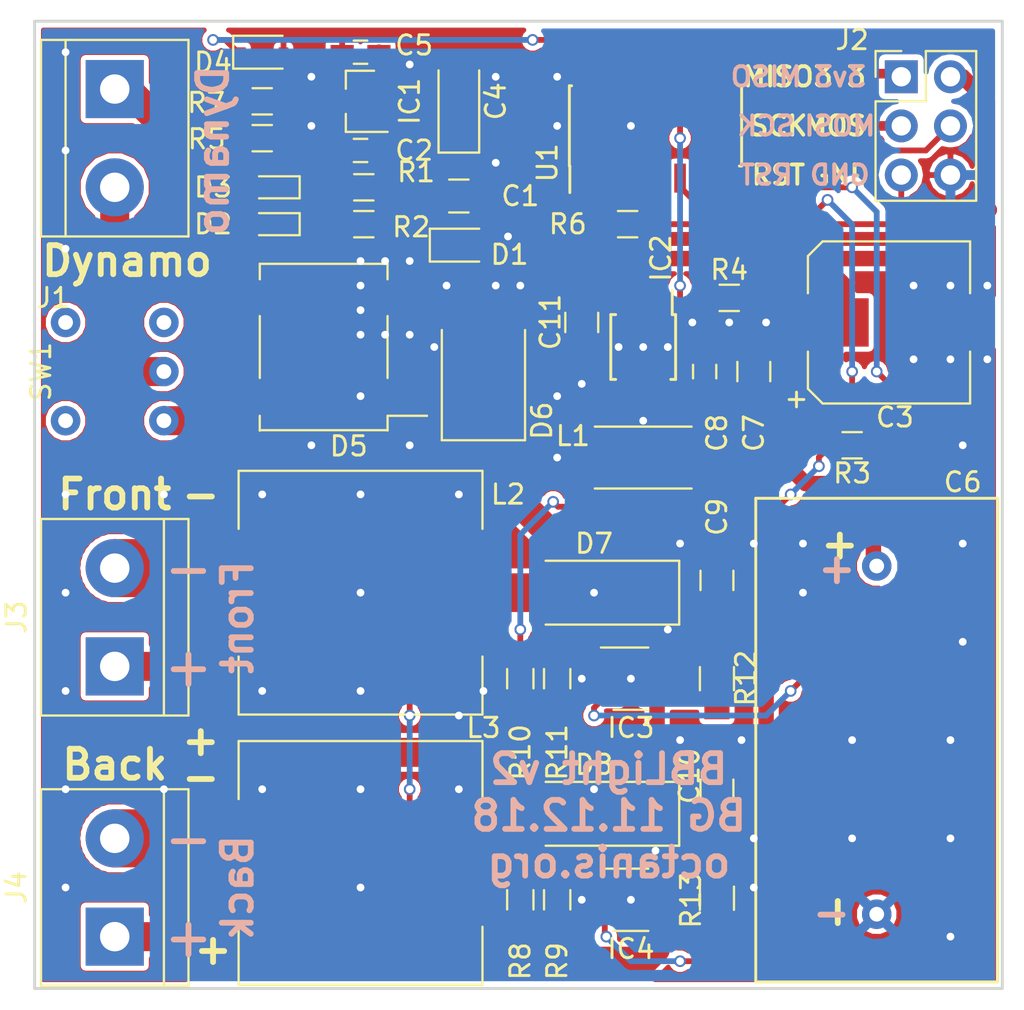
<source format=kicad_pcb>
(kicad_pcb (version 20171130) (host pcbnew "(5.0.0)")
  (layers (0 F.Cu signal) (31 B.Cu signal) (34 B.Paste user) (35 F.Paste user) (36 B.SilkS user) (37 F.SilkS user) (38 B.Mask user) (39 F.Mask user) (44 Edge.Cuts user))
  (net 0 "")
  (net 1 GND)
  (net 2 "Net-(IC3-Pad3)")
  (net 3 "Net-(IC3-Pad4)")
  (net 4 "Net-(IC4-Pad3)")
  (net 5 "Net-(IC4-Pad4)")
  (net 6 "Net-(J3-Pad2)")
  (net 7 "Net-(C10-Pad1)")
  (net 8 "Net-(C1-Pad1)")
  (net 9 "Net-(C3-Pad1)")
  (net 10 "Net-(D2-Pad1)")
  (net 11 "Net-(IC2-Pad1)")
  (net 12 "Net-(IC2-Pad5)")
  (net 13 "Net-(J4-Pad2)")
  (net 14 "Net-(J2-Pad5)")
  (net 15 "Net-(J2-Pad3)")
  (net 16 "Net-(C6-Pad1)")
  (net 17 "Net-(D2-Pad2)")
  (net 18 "Net-(D3-Pad1)")
  (net 19 "Net-(D4-Pad1)")
  (net 20 "Net-(D7-Pad2)")
  (net 21 "Net-(D8-Pad2)")
  (net 22 "Net-(J2-Pad4)")
  (net 23 "Net-(J2-Pad1)")
  (net 24 "Net-(J1-Pad2)")
  (net 25 "Net-(D5-Pad3)")
  (module Inductors_SMD:L_12x12mm_h8mm (layer F.Cu) (at 116.84 143.51)
    (fp_text reference L3 (at 6.35 -6.985) (layer F.SilkS))
    (fp_text value 100uH)
    (pad 2 smd rect (at 4.95 0) (size 2.9 5.4) (layers F.Cu F.Paste F.Mask) (net 21 "Net-(D8-Pad2)"))
    (pad 1 smd rect (at -4.95 0) (size 2.9 5.4) (layers F.Cu F.Paste F.Mask) (net 13 "Net-(J4-Pad2)"))
  )
  (module Connectors_Terminal_Blocks:TerminalBlock_bornier-2_P5.08mm (layer F.Cu) (at 104.14 133.35 90)
    (fp_text reference J3 (at 2.54 -5.08 90) (layer F.SilkS))
    (fp_text value Screw_Terminal_1x02)
    (pad 1 thru_hole rect (at 0 0 90) (size 3 3) (drill 1.52) (layers *.Cu *.Mask) (net 3 "Net-(IC3-Pad4)"))
    (pad 2 thru_hole circle (at 5.08 0 90) (size 3 3) (drill 1.52) (layers *.Cu *.Mask) (net 6 "Net-(J3-Pad2)"))
  )
  (module TO_SOT_Packages_SMD:SOT-23-5_HandSoldering (layer F.Cu) (at 130.81 133.985)
    (fp_text reference IC3 (at 0 2.54) (layer F.SilkS))
    (fp_text value AL8860WT)
    (pad 1 smd rect (at -1.35 -0.95) (size 1.56 0.65) (layers F.Cu F.Paste F.Mask) (net 20 "Net-(D7-Pad2)"))
    (pad 2 smd rect (at -1.35 0) (size 1.56 0.65) (layers F.Cu F.Paste F.Mask) (net 1 GND))
    (pad 3 smd rect (at -1.35 0.95) (size 1.56 0.65) (layers F.Cu F.Paste F.Mask) (net 2 "Net-(IC3-Pad3)"))
    (pad 4 smd rect (at 1.35 0.95) (size 1.56 0.65) (layers F.Cu F.Paste F.Mask) (net 3 "Net-(IC3-Pad4)"))
    (pad 5 smd rect (at 1.35 -0.95) (size 1.56 0.65) (layers F.Cu F.Paste F.Mask) (net 7 "Net-(C10-Pad1)"))
  )
  (module TO_SOT_Packages_SMD:SOT-23-5_HandSoldering (layer F.Cu) (at 130.81 145.415)
    (fp_text reference IC4 (at 0 2.54) (layer F.SilkS))
    (fp_text value AL8860WT)
    (pad 1 smd rect (at -1.35 -0.95) (size 1.56 0.65) (layers F.Cu F.Paste F.Mask) (net 21 "Net-(D8-Pad2)"))
    (pad 2 smd rect (at -1.35 0) (size 1.56 0.65) (layers F.Cu F.Paste F.Mask) (net 1 GND))
    (pad 3 smd rect (at -1.35 0.95) (size 1.56 0.65) (layers F.Cu F.Paste F.Mask) (net 4 "Net-(IC4-Pad3)"))
    (pad 4 smd rect (at 1.35 0.95) (size 1.56 0.65) (layers F.Cu F.Paste F.Mask) (net 5 "Net-(IC4-Pad4)"))
    (pad 5 smd rect (at 1.35 -0.95) (size 1.56 0.65) (layers F.Cu F.Paste F.Mask) (net 7 "Net-(C10-Pad1)"))
  )
  (module Connectors_Terminal_Blocks:TerminalBlock_bornier-2_P5.08mm (layer F.Cu) (at 104.14 103.505 270)
    (fp_text reference J1 (at 10.795 3.175) (layer F.SilkS))
    (fp_text value Screw_Terminal_1x02)
    (pad 1 thru_hole rect (at 0 0 270) (size 3 3) (drill 1.52) (layers *.Cu *.Mask) (net 25 "Net-(D5-Pad3)"))
    (pad 2 thru_hole circle (at 5.08 0 270) (size 3 3) (drill 1.52) (layers *.Cu *.Mask) (net 24 "Net-(J1-Pad2)"))
  )
  (module Inductors_SMD:L_12x12mm_h8mm (layer F.Cu) (at 116.84 129.54)
    (fp_text reference L2 (at 7.62 -5.08) (layer F.SilkS))
    (fp_text value 100uH)
    (pad 1 smd rect (at -4.95 0) (size 2.9 5.4) (layers F.Cu F.Paste F.Mask) (net 6 "Net-(J3-Pad2)"))
    (pad 2 smd rect (at 4.95 0) (size 2.9 5.4) (layers F.Cu F.Paste F.Mask) (net 20 "Net-(D7-Pad2)"))
  )
  (module Resistors_SMD:R_0603_HandSoldering (layer F.Cu) (at 142.24 121.92 180)
    (fp_text reference R3 (at 0 -1.45 180) (layer F.SilkS))
    (fp_text value 33)
    (pad 1 smd rect (at -1.1 0 180) (size 1.2 0.9) (layers F.Cu F.Paste F.Mask) (net 16 "Net-(C6-Pad1)"))
    (pad 2 smd rect (at 1.1 0 180) (size 1.2 0.9) (layers F.Cu F.Paste F.Mask) (net 9 "Net-(C3-Pad1)"))
  )
  (module Resistors_SMD:R_0603_HandSoldering (layer F.Cu) (at 135.89 114.3)
    (fp_text reference R4 (at 0 -1.45) (layer F.SilkS))
    (fp_text value 10k)
    (pad 1 smd rect (at -1.1 0) (size 1.2 0.9) (layers F.Cu F.Paste F.Mask) (net 11 "Net-(IC2-Pad1)"))
    (pad 2 smd rect (at 1.1 0) (size 1.2 0.9) (layers F.Cu F.Paste F.Mask) (net 16 "Net-(C6-Pad1)"))
  )
  (module Resistors_SMD:R_0603_HandSoldering (layer F.Cu) (at 111.76 106.045 180)
    (fp_text reference R5 (at 2.8702 -0.0508 180) (layer F.SilkS))
    (fp_text value 2k2)
    (pad 1 smd rect (at -1.1 0 180) (size 1.2 0.9) (layers F.Cu F.Paste F.Mask) (net 18 "Net-(D3-Pad1)"))
    (pad 2 smd rect (at 1.1 0 180) (size 1.2 0.9) (layers F.Cu F.Paste F.Mask) (net 19 "Net-(D4-Pad1)"))
  )
  (module Resistors_SMD:R_0603_HandSoldering (layer F.Cu) (at 130.64 110.49)
    (fp_text reference R6 (at -3.091 0) (layer F.SilkS))
    (fp_text value 10k)
    (pad 1 smd rect (at -1.1 0) (size 1.2 0.9) (layers F.Cu F.Paste F.Mask) (net 9 "Net-(C3-Pad1)"))
    (pad 2 smd rect (at 1.1 0) (size 1.2 0.9) (layers F.Cu F.Paste F.Mask) (net 14 "Net-(J2-Pad5)"))
  )
  (module Resistors_SMD:R_0603_HandSoldering (layer F.Cu) (at 111.76 104.14)
    (fp_text reference R7 (at -2.8956 0.0762) (layer F.SilkS))
    (fp_text value 1k)
    (pad 1 smd rect (at -1.1 0) (size 1.2 0.9) (layers F.Cu F.Paste F.Mask) (net 19 "Net-(D4-Pad1)"))
    (pad 2 smd rect (at 1.1 0) (size 1.2 0.9) (layers F.Cu F.Paste F.Mask) (net 1 GND))
  )
  (module Housings_SOIC:SOIC-14_3.9x8.7mm_Pitch1.27mm (layer F.Cu) (at 132.08 105.41 90)
    (fp_text reference U1 (at -1.905 -5.588 90) (layer F.SilkS))
    (fp_text value ATTINY24A-SSU)
    (pad 1 smd rect (at -2.7 -3.81 90) (size 1.5 0.6) (layers F.Cu F.Paste F.Mask) (net 9 "Net-(C3-Pad1)"))
    (pad 2 smd rect (at -2.7 -2.54 90) (size 1.5 0.6) (layers F.Cu F.Paste F.Mask))
    (pad 3 smd rect (at -2.7 -1.27 90) (size 1.5 0.6) (layers F.Cu F.Paste F.Mask))
    (pad 4 smd rect (at -2.7 0 90) (size 1.5 0.6) (layers F.Cu F.Paste F.Mask) (net 14 "Net-(J2-Pad5)"))
    (pad 5 smd rect (at -2.7 1.27 90) (size 1.5 0.6) (layers F.Cu F.Paste F.Mask) (net 2 "Net-(IC3-Pad3)"))
    (pad 6 smd rect (at -2.7 2.54 90) (size 1.5 0.6) (layers F.Cu F.Paste F.Mask) (net 4 "Net-(IC4-Pad3)"))
    (pad 7 smd rect (at -2.7 3.81 90) (size 1.5 0.6) (layers F.Cu F.Paste F.Mask) (net 22 "Net-(J2-Pad4)"))
    (pad 8 smd rect (at 2.7 3.81 90) (size 1.5 0.6) (layers F.Cu F.Paste F.Mask) (net 23 "Net-(J2-Pad1)"))
    (pad 9 smd rect (at 2.7 2.54 90) (size 1.5 0.6) (layers F.Cu F.Paste F.Mask) (net 15 "Net-(J2-Pad3)"))
    (pad 10 smd rect (at 2.7 1.27 90) (size 1.5 0.6) (layers F.Cu F.Paste F.Mask) (net 11 "Net-(IC2-Pad1)"))
    (pad 11 smd rect (at 2.7 0 90) (size 1.5 0.6) (layers F.Cu F.Paste F.Mask) (net 19 "Net-(D4-Pad1)"))
    (pad 12 smd rect (at 2.7 -1.27 90) (size 1.5 0.6) (layers F.Cu F.Paste F.Mask))
    (pad 13 smd rect (at 2.7 -2.54 90) (size 1.5 0.6) (layers F.Cu F.Paste F.Mask))
    (pad 14 smd rect (at 2.7 -3.81 90) (size 1.5 0.6) (layers F.Cu F.Paste F.Mask) (net 1 GND))
  )
  (module Capacitors_SMD:C_0805_HandSoldering (layer F.Cu) (at 128.27 115.57 270)
    (fp_text reference C11 (at -0.022263 1.623631 270) (layer F.SilkS))
    (fp_text value 4u7)
    (pad 2 smd rect (at 1.25 0 270) (size 1.5 1.25) (layers F.Cu F.Paste F.Mask) (net 1 GND))
    (pad 1 smd rect (at -1.25 0 270) (size 1.5 1.25) (layers F.Cu F.Paste F.Mask) (net 7 "Net-(C10-Pad1)"))
  )
  (module Resistors_SMD:R_0603_HandSoldering (layer F.Cu) (at 125.095 145.415 270)
    (fp_text reference R8 (at 3.175 0 270) (layer F.SilkS))
    (fp_text value 1k)
    (pad 2 smd rect (at 1.1 0 270) (size 1.2 0.9) (layers F.Cu F.Paste F.Mask) (net 4 "Net-(IC4-Pad3)"))
    (pad 1 smd rect (at -1.1 0 270) (size 1.2 0.9) (layers F.Cu F.Paste F.Mask) (net 9 "Net-(C3-Pad1)"))
  )
  (module Capacitors_SMD:C_0805_HandSoldering (layer F.Cu) (at 121.92 109.034193)
    (fp_text reference C1 (at 3.175 0) (layer F.SilkS))
    (fp_text value 4u7)
    (pad 2 smd rect (at 1.25 0) (size 1.5 1.25) (layers F.Cu F.Paste F.Mask) (net 1 GND))
    (pad 1 smd rect (at -1.25 0) (size 1.5 1.25) (layers F.Cu F.Paste F.Mask) (net 8 "Net-(C1-Pad1)"))
  )
  (module Capacitors_SMD:C_0603_HandSoldering (layer F.Cu) (at 116.84 106.68 180)
    (fp_text reference C2 (at -2.7686 0 180) (layer F.SilkS))
    (fp_text value 100n)
    (pad 2 smd rect (at 0.95 0 180) (size 1.2 0.75) (layers F.Cu F.Paste F.Mask) (net 1 GND))
    (pad 1 smd rect (at -0.95 0 180) (size 1.2 0.75) (layers F.Cu F.Paste F.Mask) (net 8 "Net-(C1-Pad1)"))
  )
  (module Capacitors_SMD:C_0603_HandSoldering (layer F.Cu) (at 134.62 118.11 90)
    (fp_text reference C8 (at -3.175 0.635 90) (layer F.SilkS))
    (fp_text value 100n)
    (pad 1 smd rect (at -0.95 0 90) (size 1.2 0.75) (layers F.Cu F.Paste F.Mask) (net 16 "Net-(C6-Pad1)"))
    (pad 2 smd rect (at 0.95 0 90) (size 1.2 0.75) (layers F.Cu F.Paste F.Mask) (net 1 GND))
  )
  (module Capacitors_SMD:C_0805_HandSoldering (layer F.Cu) (at 135.255 128.905 90)
    (fp_text reference C9 (at 3.282 0 90) (layer F.SilkS))
    (fp_text value 4u7)
    (pad 2 smd rect (at 1.25 0 90) (size 1.5 1.25) (layers F.Cu F.Paste F.Mask) (net 1 GND))
    (pad 1 smd rect (at -1.25 0 90) (size 1.5 1.25) (layers F.Cu F.Paste F.Mask) (net 7 "Net-(C10-Pad1)"))
  )
  (module Capacitors_SMD:C_0805_HandSoldering (layer F.Cu) (at 135.255 139.7 90)
    (fp_text reference C10 (at 0.6858 -1.4224 90) (layer F.SilkS))
    (fp_text value 4u7)
    (pad 1 smd rect (at -1.25 0 90) (size 1.5 1.25) (layers F.Cu F.Paste F.Mask) (net 7 "Net-(C10-Pad1)"))
    (pad 2 smd rect (at 1.25 0 90) (size 1.5 1.25) (layers F.Cu F.Paste F.Mask) (net 1 GND))
  )
  (module Housings_SSOP:MSOP-8_3x3mm_Pitch0.65mm (layer F.Cu) (at 131.445 116.84 270)
    (fp_text reference IC2 (at -4.594263 -0.916369 270) (layer F.SilkS))
    (fp_text value MCP1642B)
    (pad 1 smd rect (at -2.2 -0.975 270) (size 1.45 0.45) (layers F.Cu F.Paste F.Mask) (net 11 "Net-(IC2-Pad1)"))
    (pad 2 smd rect (at -2.2 -0.325 270) (size 1.45 0.45) (layers F.Cu F.Paste F.Mask))
    (pad 3 smd rect (at -2.2 0.325 270) (size 1.45 0.45) (layers F.Cu F.Paste F.Mask))
    (pad 4 smd rect (at -2.2 0.975 270) (size 1.45 0.45) (layers F.Cu F.Paste F.Mask) (net 7 "Net-(C10-Pad1)"))
    (pad 5 smd rect (at 2.2 0.975 270) (size 1.45 0.45) (layers F.Cu F.Paste F.Mask) (net 12 "Net-(IC2-Pad5)"))
    (pad 6 smd rect (at 2.2 0.325 270) (size 1.45 0.45) (layers F.Cu F.Paste F.Mask) (net 1 GND))
    (pad 7 smd rect (at 2.2 -0.325 270) (size 1.45 0.45) (layers F.Cu F.Paste F.Mask) (net 1 GND))
    (pad 8 smd rect (at 2.2 -0.975 270) (size 1.45 0.45) (layers F.Cu F.Paste F.Mask) (net 16 "Net-(C6-Pad1)"))
  )
  (module Connectors_Terminal_Blocks:TerminalBlock_bornier-2_P5.08mm (layer F.Cu) (at 104.14 147.32 90)
    (fp_text reference J4 (at 2.54 -5.08 90) (layer F.SilkS))
    (fp_text value Screw_Terminal_1x02)
    (pad 2 thru_hole circle (at 5.08 0 90) (size 3 3) (drill 1.52) (layers *.Cu *.Mask) (net 13 "Net-(J4-Pad2)"))
    (pad 1 thru_hole rect (at 0 0 90) (size 3 3) (drill 1.52) (layers *.Cu *.Mask) (net 5 "Net-(IC4-Pad4)"))
  )
  (module Inductors_SMD:L_Taiyo-Yuden_NR-30xx_HandSoldering (layer F.Cu) (at 131.445 122.555 180)
    (fp_text reference L1 (at 3.6322 1.1176 180) (layer F.SilkS))
    (fp_text value 744025004)
    (pad 2 smd rect (at 1.6 0 180) (size 1.8 2.9) (layers F.Cu F.Paste F.Mask) (net 12 "Net-(IC2-Pad5)"))
    (pad 1 smd rect (at -1.6 0 180) (size 1.8 2.9) (layers F.Cu F.Paste F.Mask) (net 16 "Net-(C6-Pad1)"))
  )
  (module Resistors_SMD:R_0603_HandSoldering (layer F.Cu) (at 117.01 108.585)
    (fp_text reference R1 (at 2.7002 -0.7874) (layer F.SilkS))
    (fp_text value 33)
    (pad 1 smd rect (at -1.1 0) (size 1.2 0.9) (layers F.Cu F.Paste F.Mask) (net 10 "Net-(D2-Pad1)"))
    (pad 2 smd rect (at 1.1 0) (size 1.2 0.9) (layers F.Cu F.Paste F.Mask) (net 8 "Net-(C1-Pad1)"))
  )
  (module Resistors_SMD:R_0603_HandSoldering (layer F.Cu) (at 117.01 110.49)
    (fp_text reference R2 (at 2.4462 0.1524) (layer F.SilkS))
    (fp_text value 33)
    (pad 2 smd rect (at 1.1 0) (size 1.2 0.9) (layers F.Cu F.Paste F.Mask) (net 8 "Net-(C1-Pad1)"))
    (pad 1 smd rect (at -1.1 0) (size 1.2 0.9) (layers F.Cu F.Paste F.Mask) (net 10 "Net-(D2-Pad1)"))
  )
  (module Resistors_SMD:R_0603_HandSoldering (layer F.Cu) (at 127 145.415 90)
    (fp_text reference R9 (at -3.175 0 90) (layer F.SilkS))
    (fp_text value 1k)
    (pad 2 smd rect (at 1.1 0 90) (size 1.2 0.9) (layers F.Cu F.Paste F.Mask) (net 1 GND))
    (pad 1 smd rect (at -1.1 0 90) (size 1.2 0.9) (layers F.Cu F.Paste F.Mask) (net 4 "Net-(IC4-Pad3)"))
  )
  (module Resistors_SMD:R_0603_HandSoldering (layer F.Cu) (at 125.095 133.985 270)
    (fp_text reference R10 (at 3.81 0 270) (layer F.SilkS))
    (fp_text value 1k)
    (pad 1 smd rect (at -1.1 0 270) (size 1.2 0.9) (layers F.Cu F.Paste F.Mask) (net 9 "Net-(C3-Pad1)"))
    (pad 2 smd rect (at 1.1 0 270) (size 1.2 0.9) (layers F.Cu F.Paste F.Mask) (net 2 "Net-(IC3-Pad3)"))
  )
  (module Resistors_SMD:R_0603_HandSoldering (layer F.Cu) (at 127 133.985 90)
    (fp_text reference R11 (at -3.81 0 90) (layer F.SilkS))
    (fp_text value 1k)
    (pad 2 smd rect (at 1.1 0 90) (size 1.2 0.9) (layers F.Cu F.Paste F.Mask) (net 1 GND))
    (pad 1 smd rect (at -1.1 0 90) (size 1.2 0.9) (layers F.Cu F.Paste F.Mask) (net 2 "Net-(IC3-Pad3)"))
  )
  (module TO_SOT_Packages_SMD:SOT-23 (layer F.Cu) (at 116.84 104.14 180)
    (fp_text reference IC1 (at -2.54 0 270) (layer F.SilkS))
    (fp_text value RT9058)
    (pad 3 smd rect (at 1 0 180) (size 0.9 0.8) (layers F.Cu F.Paste F.Mask) (net 1 GND))
    (pad 2 smd rect (at -1 0.95 180) (size 0.9 0.8) (layers F.Cu F.Paste F.Mask) (net 9 "Net-(C3-Pad1)"))
    (pad 1 smd rect (at -1 -0.95 180) (size 0.9 0.8) (layers F.Cu F.Paste F.Mask) (net 8 "Net-(C1-Pad1)"))
  )
  (module Diodes_SMD:D_0603 (layer F.Cu) (at 112.395 110.49 180)
    (fp_text reference D2 (at 3.175 0 180) (layer F.SilkS))
    (fp_text value TS4148)
    (pad 1 smd rect (at -0.85 0 180) (size 0.6 0.8) (layers F.Cu F.Paste F.Mask) (net 10 "Net-(D2-Pad1)"))
    (pad 2 smd rect (at 0.85 0 180) (size 0.6 0.8) (layers F.Cu F.Paste F.Mask) (net 17 "Net-(D2-Pad2)"))
  )
  (module Capacitors_SMD:CP_Elec_8x10.5 (layer F.Cu) (at 144.145 115.57)
    (fp_text reference C3 (at 0.3048 4.9022) (layer F.SilkS))
    (fp_text value EEE-HA1A471UP)
    (fp_text user + (at -4.78 3.91) (layer F.SilkS))
    (pad 2 smd rect (at 3.05 0 180) (size 4 2.5) (layers F.Cu F.Paste F.Mask) (net 1 GND))
    (pad 1 smd rect (at -3.05 0 180) (size 4 2.5) (layers F.Cu F.Paste F.Mask) (net 9 "Net-(C3-Pad1)"))
  )
  (module Capacitors_Tantalum_SMD:CP_Tantalum_Case-A_EIA-3216-18_Reflow (layer F.Cu) (at 121.92 104.14 90)
    (fp_text reference C4 (at 0 1.905 90) (layer F.SilkS))
    (fp_text value 478-9009-1-ND)
    (pad 2 smd rect (at 1.375 0 90) (size 1.95 1.5) (layers F.Cu F.Paste F.Mask) (net 1 GND))
    (pad 1 smd rect (at -1.375 0 90) (size 1.95 1.5) (layers F.Cu F.Paste F.Mask) (net 9 "Net-(C3-Pad1)"))
  )
  (module Capacitors_SMD:C_0603_HandSoldering (layer F.Cu) (at 116.84 101.6 180)
    (fp_text reference C5 (at -2.7686 0.3556 180) (layer F.SilkS))
    (fp_text value 100n)
    (pad 2 smd rect (at 0.95 0 180) (size 1.2 0.75) (layers F.Cu F.Paste F.Mask) (net 1 GND))
    (pad 1 smd rect (at -0.95 0 180) (size 1.2 0.75) (layers F.Cu F.Paste F.Mask) (net 9 "Net-(C3-Pad1)"))
  )
  (module SCap:SuperCapL25W12.5P18 (layer F.Cu) (at 143.51 137.16 270)
    (fp_text reference C6 (at -13.335 -4.445 180) (layer F.SilkS))
    (fp_text value 3F3)
    (pad 1 thru_hole circle (at -9 0 270) (size 1.524 1.524) (drill 0.762) (layers *.Cu *.Mask) (net 16 "Net-(C6-Pad1)"))
    (pad 2 thru_hole circle (at 9 0 270) (size 1.524 1.524) (drill 0.762) (layers *.Cu *.Mask) (net 1 GND))
  )
  (module Capacitors_SMD:C_0805_HandSoldering (layer F.Cu) (at 137.16 118.11 90)
    (fp_text reference C7 (at -3.175 0 90) (layer F.SilkS))
    (fp_text value 4u7)
    (pad 2 smd rect (at 1.25 0 90) (size 1.5 1.25) (layers F.Cu F.Paste F.Mask) (net 1 GND))
    (pad 1 smd rect (at -1.25 0 90) (size 1.5 1.25) (layers F.Cu F.Paste F.Mask) (net 16 "Net-(C6-Pad1)"))
  )
  (module Diodes_SMD:D_SOD-323F (layer F.Cu) (at 121.92 111.574193)
    (fp_text reference D1 (at 2.6162 0.490607) (layer F.SilkS))
    (fp_text value DDZ8V2ASF-7)
    (pad 2 smd rect (at 1.1 0) (size 0.5 0.5) (layers F.Cu F.Paste F.Mask) (net 1 GND))
    (pad 1 smd rect (at -1.1 0) (size 0.5 0.5) (layers F.Cu F.Paste F.Mask) (net 8 "Net-(C1-Pad1)"))
  )
  (module Diodes_SMD:D_0603 (layer F.Cu) (at 112.395 108.585 180)
    (fp_text reference D3 (at 3.175 0 180) (layer F.SilkS))
    (fp_text value TS4148)
    (pad 2 smd rect (at 0.85 0 180) (size 0.6 0.8) (layers F.Cu F.Paste F.Mask) (net 17 "Net-(D2-Pad2)"))
    (pad 1 smd rect (at -0.85 0 180) (size 0.6 0.8) (layers F.Cu F.Paste F.Mask) (net 18 "Net-(D3-Pad1)"))
  )
  (module Diodes_SMD:D_SOD-323F (layer F.Cu) (at 111.76 101.6)
    (fp_text reference D4 (at -2.54 0.5334) (layer F.SilkS))
    (fp_text value DDZ3V3ASF-7)
    (pad 1 smd rect (at -1.1 0) (size 0.5 0.5) (layers F.Cu F.Paste F.Mask) (net 19 "Net-(D4-Pad1)"))
    (pad 2 smd rect (at 1.1 0) (size 0.5 0.5) (layers F.Cu F.Paste F.Mask) (net 1 GND))
  )
  (module Diodes_SMD:Diode_Bridge_DFS (layer F.Cu) (at 114.935 116.84 180)
    (fp_text reference D5 (at -1.2954 -5.1308 180) (layer F.SilkS))
    (fp_text value D_Bridge_+-AA)
    (pad 4 smd rect (at 4.37 -2.55 180) (size 2 1.5) (layers F.Cu F.Paste F.Mask) (net 17 "Net-(D2-Pad2)"))
    (pad 3 smd rect (at 4.37 2.55 180) (size 2 1.5) (layers F.Cu F.Paste F.Mask) (net 25 "Net-(D5-Pad3)"))
    (pad 2 smd rect (at -4.37 2.55 180) (size 2 1.5) (layers F.Cu F.Paste F.Mask) (net 1 GND))
    (pad 1 smd rect (at -4.37 -2.55 180) (size 2 1.5) (layers F.Cu F.Paste F.Mask) (net 7 "Net-(C10-Pad1)"))
  )
  (module Diodes_SMD:D_SMB (layer F.Cu) (at 123.19 118.11 90)
    (fp_text reference D6 (at -2.54 3.0226 90) (layer F.SilkS))
    (fp_text value SMBJ5346B-TP)
    (pad 2 smd rect (at 2.15 0 90) (size 2.5 2.3) (layers F.Cu F.Paste F.Mask) (net 1 GND))
    (pad 1 smd rect (at -2.15 0 90) (size 2.5 2.3) (layers F.Cu F.Paste F.Mask) (net 7 "Net-(C10-Pad1)"))
  )
  (module Diodes_SMD:D_SMA_Handsoldering (layer F.Cu) (at 128.905 129.54 180)
    (fp_text reference D7 (at 0 2.54 180) (layer F.SilkS))
    (fp_text value D_Schottky)
    (pad 2 smd rect (at 2.5 0 180) (size 3.5 1.8) (layers F.Cu F.Paste F.Mask) (net 20 "Net-(D7-Pad2)"))
    (pad 1 smd rect (at -2.5 0 180) (size 3.5 1.8) (layers F.Cu F.Paste F.Mask) (net 7 "Net-(C10-Pad1)"))
  )
  (module Diodes_SMD:D_SMA_Handsoldering (layer F.Cu) (at 128.905 140.97 180)
    (fp_text reference D8 (at 0 2.54 180) (layer F.SilkS))
    (fp_text value D_Schottky)
    (pad 1 smd rect (at -2.5 0 180) (size 3.5 1.8) (layers F.Cu F.Paste F.Mask) (net 7 "Net-(C10-Pad1)"))
    (pad 2 smd rect (at 2.5 0 180) (size 3.5 1.8) (layers F.Cu F.Paste F.Mask) (net 21 "Net-(D8-Pad2)"))
  )
  (module Resistors_SMD:R_0805_HandSoldering (layer F.Cu) (at 135.255 133.985 90)
    (fp_text reference R12 (at 0.0254 1.4986 90) (layer F.SilkS))
    (fp_text value 0.33)
    (pad 1 smd rect (at -1.35 0 90) (size 1.5 1.3) (layers F.Cu F.Paste F.Mask) (net 3 "Net-(IC3-Pad4)"))
    (pad 2 smd rect (at 1.35 0 90) (size 1.5 1.3) (layers F.Cu F.Paste F.Mask) (net 7 "Net-(C10-Pad1)"))
  )
  (module Resistors_SMD:R_0805_HandSoldering (layer F.Cu) (at 135.255 145.335 90)
    (fp_text reference R13 (at -0.1054 -1.3462 90) (layer F.SilkS))
    (fp_text value 0.58)
    (pad 2 smd rect (at 1.35 0 90) (size 1.5 1.3) (layers F.Cu F.Paste F.Mask) (net 7 "Net-(C10-Pad1)"))
    (pad 1 smd rect (at -1.35 0 90) (size 1.5 1.3) (layers F.Cu F.Paste F.Mask) (net 5 "Net-(IC4-Pad4)"))
  )
  (module SCap:SW0.2x0.2 (layer F.Cu) (at 106.68 118.11 90)
    (fp_text reference SW1 (at 0 -6.35 90) (layer F.SilkS))
    (fp_text value 200USP1T1A1M6RE)
    (pad 1 thru_hole circle (at -2.54 0 90) (size 1.524 1.524) (drill 0.762) (layers *.Cu *.Mask) (net 17 "Net-(D2-Pad2)"))
    (pad 2 thru_hole circle (at 0 0 90) (size 1.524 1.524) (drill 0.762) (layers *.Cu *.Mask) (net 24 "Net-(J1-Pad2)"))
    (pad 3 thru_hole circle (at 2.54 0 90) (size 1.524 1.524) (drill 0.762) (layers *.Cu *.Mask))
    (pad 4 thru_hole circle (at -2.54 -5.08 90) (size 1.524 1.524) (drill 0.762) (layers *.Cu *.Mask))
    (pad 5 thru_hole circle (at 2.54 -5.08 90) (size 1.524 1.524) (drill 0.762) (layers *.Cu *.Mask))
  )
  (module Pin_Headers:Pin_Header_Straight_2x03_Pitch2.54mm (layer F.Cu) (at 144.78 102.87)
    (fp_text reference J2 (at -2.54 -1.905) (layer F.SilkS))
    (fp_text value CONN_02X03)
    (pad 6 thru_hole oval (at 2.54 5.08) (size 1.7 1.7) (drill 1) (layers *.Cu *.Mask) (net 1 GND))
    (pad 5 thru_hole oval (at 0 5.08) (size 1.7 1.7) (drill 1) (layers *.Cu *.Mask) (net 14 "Net-(J2-Pad5)"))
    (pad 4 thru_hole oval (at 2.54 2.54) (size 1.7 1.7) (drill 1) (layers *.Cu *.Mask) (net 22 "Net-(J2-Pad4)"))
    (pad 3 thru_hole oval (at 0 2.54) (size 1.7 1.7) (drill 1) (layers *.Cu *.Mask) (net 15 "Net-(J2-Pad3)"))
    (pad 2 thru_hole oval (at 2.54 0) (size 1.7 1.7) (drill 1) (layers *.Cu *.Mask) (net 9 "Net-(C3-Pad1)"))
    (pad 1 thru_hole rect (at 0 0) (size 1.7 1.7) (drill 1) (layers *.Cu *.Mask) (net 23 "Net-(J2-Pad1)"))
  )
  (gr_text - (at 141.1732 146.0754) (layer B.SilkS) (effects (font (size 1.5 1.5) (thickness 0.3)) (justify mirror)))
  (gr_text + (at 141.4526 128.27) (layer B.SilkS) (effects (font (size 1.5 1.5) (thickness 0.3)) (justify mirror)))
  (gr_text "BBLight v2\nBG 11.12.18\noctanis.org\n" (at 129.667 141.0716) (layer B.SilkS) (effects (font (size 1.5 1.5) (thickness 0.3)) (justify mirror)))
  (gr_text RST (at 137.795 107.95) (layer B.SilkS) (effects (font (size 1 1) (thickness 0.2)) (justify mirror)))
  (gr_text 3v3 (at 141.605 102.87) (layer B.SilkS) (effects (font (size 1 1) (thickness 0.2)) (justify mirror)))
  (gr_text GND (at 141.605 107.95) (layer B.SilkS) (effects (font (size 1 1) (thickness 0.2)) (justify mirror)))
  (gr_text SCK (at 137.795 105.41) (layer B.SilkS) (effects (font (size 1 1) (thickness 0.2)) (justify mirror)))
  (gr_text MISO (at 137.795 102.87) (layer B.SilkS) (effects (font (size 1 1) (thickness 0.2)) (justify mirror)))
  (gr_text MOSI (at 141.605 105.41) (layer B.SilkS) (effects (font (size 1 1) (thickness 0.2)) (justify mirror)))
  (gr_text RST (at 138.43 107.95) (layer F.SilkS) (effects (font (size 1 1) (thickness 0.2))))
  (gr_text MOSI (at 141.605 105.41) (layer F.SilkS) (effects (font (size 1 1) (thickness 0.2))))
  (gr_text 3v3 (at 141.605 102.87) (layer F.SilkS) (effects (font (size 1 1) (thickness 0.2))))
  (gr_text GND (at 141.605 107.95) (layer F.SilkS) (effects (font (size 1 1) (thickness 0.2))))
  (gr_text SCK (at 138.43 105.41) (layer F.SilkS) (effects (font (size 1 1) (thickness 0.2))))
  (gr_text MISO (at 138.43 102.87) (layer F.SilkS) (effects (font (size 1 1) (thickness 0.2))))
  (gr_text + (at 141.605 127) (layer F.SilkS) (effects (font (size 1.5 1.5) (thickness 0.3))))
  (gr_text - (at 141.605 146.05 270) (layer F.SilkS) (effects (font (size 1.5 1.5) (thickness 0.3))))
  (gr_text Back (at 110.49 144.78 90) (layer B.SilkS) (effects (font (size 1.5 1.5) (thickness 0.3)) (justify mirror)))
  (gr_text Front (at 110.49 130.81 90) (layer B.SilkS) (effects (font (size 1.5 1.5) (thickness 0.3)) (justify mirror)))
  (gr_text Dynamo (at 109.22 106.68 90) (layer B.SilkS) (effects (font (size 1.5 1.5) (thickness 0.3)) (justify mirror)))
  (gr_text - (at 107.95 128.27) (layer B.SilkS) (effects (font (size 2 2) (thickness 0.3)) (justify mirror)))
  (gr_text + (at 107.95 133.35) (layer B.SilkS) (effects (font (size 2 2) (thickness 0.3)) (justify mirror)))
  (gr_text - (at 107.95 142.24) (layer B.SilkS) (effects (font (size 2 2) (thickness 0.3)) (justify mirror)))
  (gr_text + (at 107.95 147.32) (layer B.SilkS) (effects (font (size 2 2) (thickness 0.3)) (justify mirror)))
  (gr_text Dynamo (at 104.775 112.395) (layer F.SilkS) (effects (font (size 1.5 1.5) (thickness 0.3))))
  (gr_text Front (at 104.14 124.46) (layer F.SilkS) (effects (font (size 1.5 1.5) (thickness 0.3))))
  (gr_text + (at 108.585 137.16) (layer F.SilkS) (effects (font (size 1.5 1.5) (thickness 0.3))))
  (gr_text - (at 108.585 124.46) (layer F.SilkS) (effects (font (size 1.5 1.5) (thickness 0.3))))
  (gr_text Back (at 104.14 138.43) (layer F.SilkS) (effects (font (size 1.5 1.5) (thickness 0.3))))
  (gr_text + (at 109.22 147.955) (layer F.SilkS) (effects (font (size 1.5 1.5) (thickness 0.3))))
  (gr_text - (at 108.585 139.065) (layer F.SilkS) (effects (font (size 1.5 1.5) (thickness 0.3))))
  (gr_line (start 150 100) (end 150 150) (angle 90) (layer Edge.Cuts) (width 0.15))
  (gr_line (start 100 150) (end 100 100) (angle 90) (layer Edge.Cuts) (width 0.15))
  (gr_line (start 150 150) (end 100 150) (angle 90) (layer Edge.Cuts) (width 0.15))
  (gr_line (start 100 100) (end 150 100) (angle 90) (layer Edge.Cuts) (width 0.15))
  (via (at 114.3 102.87) (size 0.6) (drill 0.4) (layers F.Cu B.Cu) (net 1))
  (via (at 127 102.87) (size 0.6) (drill 0.4) (layers F.Cu B.Cu) (net 1))
  (via (at 123.825 102.87) (size 0.6) (drill 0.4) (layers F.Cu B.Cu) (net 1))
  (via (at 114.3 105.41) (size 0.6) (drill 0.4) (layers F.Cu B.Cu) (net 1))
  (via (at 119.38 102.235) (size 0.6) (drill 0.4) (layers F.Cu B.Cu) (net 1))
  (via (at 123.825 107.315) (size 0.6) (drill 0.4) (layers F.Cu B.Cu) (net 1))
  (via (at 124.46 111.125) (size 0.6) (drill 0.4) (layers F.Cu B.Cu) (net 1))
  (via (at 119.38 116.205) (size 0.6) (drill 0.4) (layers F.Cu B.Cu) (net 1))
  (via (at 118.11 116.205) (size 0.6) (drill 0.4) (layers F.Cu B.Cu) (net 1))
  (via (at 116.84 116.205) (size 0.6) (drill 0.4) (layers F.Cu B.Cu) (net 1))
  (via (at 116.84 114.935) (size 0.6) (drill 0.4) (layers F.Cu B.Cu) (net 1))
  (via (at 116.84 113.665) (size 0.6) (drill 0.4) (layers F.Cu B.Cu) (net 1))
  (via (at 116.84 112.395) (size 0.6) (drill 0.4) (layers F.Cu B.Cu) (net 1))
  (via (at 118.11 112.395) (size 0.6) (drill 0.4) (layers F.Cu B.Cu) (net 1))
  (via (at 119.38 112.395) (size 0.6) (drill 0.4) (layers F.Cu B.Cu) (net 1))
  (via (at 121.285 113.665) (size 0.6) (drill 0.4) (layers F.Cu B.Cu) (net 1))
  (via (at 123.825 113.665) (size 0.6) (drill 0.4) (layers F.Cu B.Cu) (net 1))
  (via (at 125.095 113.665) (size 0.6) (drill 0.4) (layers F.Cu B.Cu) (net 1))
  (via (at 120.65 116.84) (size 0.6) (drill 0.4) (layers F.Cu B.Cu) (net 1))
  (via (at 128.27 118.745) (size 0.6) (drill 0.4) (layers F.Cu B.Cu) (net 1))
  (via (at 133.35 127) (size 0.6) (drill 0.4) (layers F.Cu B.Cu) (net 1))
  (via (at 137.16 127) (size 0.6) (drill 0.4) (layers F.Cu B.Cu) (net 1))
  (via (at 136.525 137.16) (size 0.6) (drill 0.4) (layers F.Cu B.Cu) (net 1))
  (via (at 133.35 137.16) (size 0.6) (drill 0.4) (layers F.Cu B.Cu) (net 1))
  (via (at 130.81 145.415) (size 0.6) (drill 0.4) (layers F.Cu B.Cu) (net 1))
  (via (at 130.175 116.84) (size 0.6) (drill 0.4) (layers F.Cu B.Cu) (net 1))
  (via (at 132.715 116.84) (size 0.6) (drill 0.4) (layers F.Cu B.Cu) (net 1))
  (via (at 133.985 115.57) (size 0.6) (drill 0.4) (layers F.Cu B.Cu) (net 1))
  (via (at 135.89 115.57) (size 0.6) (drill 0.4) (layers F.Cu B.Cu) (net 1))
  (via (at 137.795 115.57) (size 0.6) (drill 0.4) (layers F.Cu B.Cu) (net 1))
  (via (at 145.415 113.665) (size 0.6) (drill 0.4) (layers F.Cu B.Cu) (net 1))
  (via (at 147.32 113.665) (size 0.6) (drill 0.4) (layers F.Cu B.Cu) (net 1))
  (via (at 149.225 113.665) (size 0.6) (drill 0.4) (layers F.Cu B.Cu) (net 1))
  (via (at 149.225 117.475) (size 0.6) (drill 0.4) (layers F.Cu B.Cu) (net 1))
  (via (at 147.32 117.475) (size 0.6) (drill 0.4) (layers F.Cu B.Cu) (net 1))
  (via (at 145.415 117.475) (size 0.6) (drill 0.4) (layers F.Cu B.Cu) (net 1))
  (via (at 128.27 145.415) (size 0.6) (drill 0.4) (layers F.Cu B.Cu) (net 1))
  (via (at 128.27 133.985) (size 0.6) (drill 0.4) (layers F.Cu B.Cu) (net 1))
  (via (at 130.81 133.985) (size 0.6) (drill 0.4) (layers F.Cu B.Cu) (net 1))
  (via (at 131.445 116.84) (size 0.6) (drill 0.4) (layers F.Cu B.Cu) (net 1))
  (via (at 101.6 101.6) (size 0.6) (drill 0.4) (layers F.Cu B.Cu) (net 1))
  (via (at 101.6 106.68) (size 0.6) (drill 0.4) (layers F.Cu B.Cu) (net 1))
  (via (at 101.6 111.76) (size 0.6) (drill 0.4) (layers F.Cu B.Cu) (net 1))
  (via (at 101.6 124.46) (size 0.6) (drill 0.4) (layers F.Cu B.Cu) (net 1))
  (via (at 101.6 129.54) (size 0.6) (drill 0.4) (layers F.Cu B.Cu) (net 1))
  (via (at 101.6 134.62) (size 0.6) (drill 0.4) (layers F.Cu B.Cu) (net 1))
  (via (at 101.6 139.7) (size 0.6) (drill 0.4) (layers F.Cu B.Cu) (net 1))
  (via (at 101.6 144.78) (size 0.6) (drill 0.4) (layers F.Cu B.Cu) (net 1))
  (via (at 106.68 139.7) (size 0.6) (drill 0.4) (layers F.Cu B.Cu) (net 1))
  (via (at 111.76 139.7) (size 0.6) (drill 0.4) (layers F.Cu B.Cu) (net 1))
  (via (at 116.84 139.7) (size 0.6) (drill 0.4) (layers F.Cu B.Cu) (net 1))
  (via (at 116.84 144.78) (size 0.6) (drill 0.4) (layers F.Cu B.Cu) (net 1))
  (via (at 116.84 134.62) (size 0.6) (drill 0.4) (layers F.Cu B.Cu) (net 1))
  (via (at 116.84 129.54) (size 0.6) (drill 0.4) (layers F.Cu B.Cu) (net 1))
  (via (at 111.76 134.62) (size 0.6) (drill 0.4) (layers F.Cu B.Cu) (net 1))
  (via (at 116.84 124.46) (size 0.6) (drill 0.4) (layers F.Cu B.Cu) (net 1))
  (via (at 111.76 124.46) (size 0.6) (drill 0.4) (layers F.Cu B.Cu) (net 1))
  (via (at 106.68 124.46) (size 0.6) (drill 0.4) (layers F.Cu B.Cu) (net 1))
  (via (at 116.84 119.38) (size 0.6) (drill 0.4) (layers F.Cu B.Cu) (net 1))
  (via (at 121.92 124.46) (size 0.6) (drill 0.4) (layers F.Cu B.Cu) (net 1))
  (via (at 127 119.38) (size 0.6) (drill 0.4) (layers F.Cu B.Cu) (net 1))
  (via (at 127 105.41) (size 0.6) (drill 0.4) (layers F.Cu B.Cu) (net 1))
  (via (at 130.81 105.41) (size 0.6) (drill 0.4) (layers F.Cu B.Cu) (net 1))
  (via (at 147.955 121.92) (size 0.6) (drill 0.4) (layers F.Cu B.Cu) (net 1))
  (via (at 147.955 127) (size 0.6) (drill 0.4) (layers F.Cu B.Cu) (net 1))
  (via (at 147.955 132.08) (size 0.6) (drill 0.4) (layers F.Cu B.Cu) (net 1))
  (via (at 147.32 137.16) (size 0.6) (drill 0.4) (layers F.Cu B.Cu) (net 1))
  (via (at 142.24 137.16) (size 0.6) (drill 0.4) (layers F.Cu B.Cu) (net 1))
  (via (at 142.24 142.24) (size 0.6) (drill 0.4) (layers F.Cu B.Cu) (net 1))
  (via (at 147.32 142.24) (size 0.6) (drill 0.4) (layers F.Cu B.Cu) (net 1))
  (via (at 147.32 147.32) (size 0.6) (drill 0.4) (layers F.Cu B.Cu) (net 1))
  (via (at 114.3 121.92) (size 0.6) (drill 0.4) (layers F.Cu B.Cu) (net 1))
  (via (at 119.38 121.92) (size 0.6) (drill 0.4) (layers F.Cu B.Cu) (net 1))
  (via (at 139.7 129.54) (size 0.6) (drill 0.4) (layers F.Cu B.Cu) (net 1))
  (via (at 139.7 127) (size 0.6) (drill 0.4) (layers F.Cu B.Cu) (net 1))
  (via (at 137.16 142.24) (size 0.6) (drill 0.4) (layers F.Cu B.Cu) (net 1))
  (via (at 137.16 144.78) (size 0.6) (drill 0.4) (layers F.Cu B.Cu) (net 1))
  (via (at 121.92 139.7) (size 0.6) (drill 0.4) (layers F.Cu B.Cu) (net 1))
  (via (at 121.92 135.89) (size 0.6) (drill 0.4) (layers F.Cu B.Cu) (net 1))
  (via (at 123.19 134.62) (size 0.6) (drill 0.4) (layers F.Cu B.Cu) (net 1))
  (via (at 128.905 139.7) (size 0.6) (drill 0.4) (layers F.Cu B.Cu) (net 1))
  (via (at 132.08 142.875) (size 0.6) (drill 0.4) (layers F.Cu B.Cu) (net 1))
  (via (at 132.715 131.445) (size 0.6) (drill 0.4) (layers F.Cu B.Cu) (net 1))
  (via (at 128.905 129.54) (size 0.6) (drill 0.4) (layers F.Cu B.Cu) (net 1))
  (via (at 127 122.555) (size 0.6) (drill 0.4) (layers F.Cu B.Cu) (net 1))
  (via (at 131.445 120.65) (size 0.6) (drill 0.4) (layers F.Cu B.Cu) (net 1))
  (segment (start 129.46 134.935) (end 126.685 134.935) (width 0.3) (layer F.Cu) (net 2))
  (segment (start 127 135.085) (end 125.095 135.085) (width 0.3) (layer F.Cu) (net 2))
  (segment (start 133.35 108.56) (end 134.645 109.855) (width 0.3) (layer F.Cu) (net 2))
  (segment (start 133.35 108.11) (end 133.35 108.56) (width 0.3) (layer F.Cu) (net 2))
  (via (at 140.97 109.235) (size 0.6) (drill 0.4) (layers F.Cu B.Cu) (net 2))
  (segment (start 134.645 109.855) (end 140.35 109.855) (width 0.3) (layer F.Cu) (net 2))
  (segment (start 140.35 109.855) (end 140.97 109.235) (width 0.3) (layer F.Cu) (net 2))
  (via (at 142.24 118.11) (size 0.6) (drill 0.4) (layers F.Cu B.Cu) (net 2))
  (segment (start 140.97 109.235) (end 142.24 110.505) (width 0.3) (layer B.Cu) (net 2))
  (segment (start 142.24 110.505) (end 142.24 118.11) (width 0.3) (layer B.Cu) (net 2))
  (segment (start 142.24 118.11) (end 142.24 120.015) (width 0.3) (layer F.Cu) (net 2))
  (segment (start 142.24 120.015) (end 142.875 120.65) (width 0.3) (layer F.Cu) (net 2))
  (segment (start 142.875 120.65) (end 144.78 120.65) (width 0.3) (layer F.Cu) (net 2))
  (segment (start 144.78 120.65) (end 145.415 121.285) (width 0.3) (layer F.Cu) (net 2))
  (via (at 139.065 134.62) (size 0.6) (drill 0.4) (layers F.Cu B.Cu) (net 2))
  (segment (start 145.415 121.285) (end 145.415 128.27) (width 0.3) (layer F.Cu) (net 2))
  (segment (start 145.415 128.27) (end 139.065 134.62) (width 0.3) (layer F.Cu) (net 2))
  (via (at 128.905 135.89) (size 0.6) (drill 0.4) (layers F.Cu B.Cu) (net 2))
  (segment (start 139.065 134.62) (end 137.795 135.89) (width 0.3) (layer B.Cu) (net 2))
  (segment (start 137.795 135.89) (end 128.905 135.89) (width 0.3) (layer B.Cu) (net 2))
  (segment (start 128.905 135.49) (end 129.46 134.935) (width 0.3) (layer F.Cu) (net 2))
  (segment (start 128.905 135.89) (end 128.905 135.49) (width 0.3) (layer F.Cu) (net 2))
  (segment (start 134.855 134.935) (end 135.255 135.335) (width 0.8) (layer F.Cu) (net 3))
  (segment (start 132.16 134.935) (end 134.855 134.935) (width 0.8) (layer F.Cu) (net 3))
  (segment (start 107.14 133.35) (end 111.585 137.795) (width 1.5) (layer F.Cu) (net 3))
  (segment (start 104.14 133.35) (end 107.14 133.35) (width 1.5) (layer F.Cu) (net 3))
  (segment (start 111.585 137.795) (end 131.445 137.795) (width 1.5) (layer F.Cu) (net 3))
  (segment (start 131.445 137.795) (end 132.08 137.16) (width 1.5) (layer F.Cu) (net 3))
  (segment (start 132.16 137.08) (end 132.08 137.16) (width 0.8) (layer F.Cu) (net 3))
  (segment (start 132.16 134.935) (end 132.16 137.08) (width 0.8) (layer F.Cu) (net 3))
  (segment (start 127.15 146.365) (end 127 146.515) (width 0.3) (layer F.Cu) (net 4))
  (segment (start 129.46 146.365) (end 127.15 146.365) (width 0.3) (layer F.Cu) (net 4))
  (segment (start 127 146.515) (end 125.095 146.515) (width 0.3) (layer F.Cu) (net 4))
  (segment (start 134.62 108.56) (end 135.28 109.22) (width 0.3) (layer F.Cu) (net 4))
  (segment (start 134.62 108.11) (end 134.62 108.56) (width 0.3) (layer F.Cu) (net 4))
  (segment (start 138.43 109.22) (end 139.7 109.22) (width 0.3) (layer F.Cu) (net 4))
  (segment (start 135.28 109.22) (end 138.43 109.22) (width 0.3) (layer F.Cu) (net 4))
  (segment (start 139.7 109.22) (end 140.335 108.585) (width 0.3) (layer F.Cu) (net 4))
  (via (at 142.24 108.585) (size 0.6) (drill 0.4) (layers F.Cu B.Cu) (net 4))
  (segment (start 140.335 108.585) (end 142.24 108.585) (width 0.3) (layer F.Cu) (net 4))
  (via (at 129.54 147.32) (size 0.6) (drill 0.4) (layers F.Cu B.Cu) (net 4))
  (segment (start 129.46 146.365) (end 129.46 147.24) (width 0.3) (layer F.Cu) (net 4))
  (segment (start 129.46 147.24) (end 129.54 147.32) (width 0.3) (layer F.Cu) (net 4))
  (via (at 133.35 148.59) (size 0.6) (drill 0.4) (layers F.Cu B.Cu) (net 4))
  (segment (start 129.54 147.32) (end 130.81 148.59) (width 0.3) (layer B.Cu) (net 4))
  (segment (start 130.81 148.59) (end 133.35 148.59) (width 0.3) (layer B.Cu) (net 4))
  (segment (start 133.35 148.59) (end 137.16 148.59) (width 0.3) (layer F.Cu) (net 4))
  (segment (start 139.715001 146.034999) (end 139.715001 135.874999) (width 0.3) (layer F.Cu) (net 4))
  (segment (start 137.16 148.59) (end 139.715001 146.034999) (width 0.3) (layer F.Cu) (net 4))
  (segment (start 139.715001 135.874999) (end 146.05 129.54) (width 0.3) (layer F.Cu) (net 4))
  (via (at 143.51 118.11) (size 0.6) (drill 0.4) (layers F.Cu B.Cu) (net 4))
  (segment (start 146.05 129.54) (end 146.05 120.65) (width 0.3) (layer F.Cu) (net 4))
  (segment (start 146.05 120.65) (end 143.51 118.11) (width 0.3) (layer F.Cu) (net 4))
  (segment (start 143.51 109.855) (end 142.24 108.585) (width 0.3) (layer B.Cu) (net 4))
  (segment (start 143.51 118.11) (end 143.51 109.855) (width 0.3) (layer B.Cu) (net 4))
  (segment (start 134.935 146.365) (end 135.255 146.685) (width 0.8) (layer F.Cu) (net 5))
  (segment (start 132.16 146.365) (end 134.935 146.365) (width 0.8) (layer F.Cu) (net 5))
  (segment (start 107.14 147.32) (end 108.41 148.59) (width 1.5) (layer F.Cu) (net 5))
  (segment (start 104.14 147.32) (end 107.14 147.32) (width 1.5) (layer F.Cu) (net 5))
  (segment (start 108.41 148.59) (end 130.81 148.59) (width 1.5) (layer F.Cu) (net 5))
  (segment (start 130.81 148.59) (end 131.445 148.59) (width 1.5) (layer F.Cu) (net 5))
  (segment (start 131.445 148.59) (end 132.08 147.955) (width 1.5) (layer F.Cu) (net 5))
  (segment (start 132.16 147.875) (end 132.16 146.365) (width 0.8) (layer F.Cu) (net 5))
  (segment (start 132.08 147.955) (end 132.16 147.875) (width 0.8) (layer F.Cu) (net 5))
  (segment (start 110.62 128.27) (end 111.89 129.54) (width 3) (layer F.Cu) (net 6))
  (segment (start 104.14 128.27) (end 110.62 128.27) (width 3) (layer F.Cu) (net 6))
  (segment (start 122.32 119.39) (end 123.19 120.26) (width 1.5) (layer F.Cu) (net 7))
  (segment (start 119.305 119.39) (end 122.32 119.39) (width 1.5) (layer F.Cu) (net 7))
  (segment (start 123.19 123.01) (end 127.18 127) (width 1.5) (layer F.Cu) (net 7))
  (segment (start 123.19 120.26) (end 123.19 123.01) (width 1.5) (layer F.Cu) (net 7))
  (segment (start 131.405 129.54) (end 131.405 128.865) (width 1.5) (layer F.Cu) (net 7))
  (segment (start 131.405 128.865) (end 129.54 127) (width 1.5) (layer F.Cu) (net 7))
  (segment (start 127.18 127) (end 129.54 127) (width 1.5) (layer F.Cu) (net 7))
  (segment (start 134.855 133.035) (end 135.255 132.635) (width 0.8) (layer F.Cu) (net 7))
  (segment (start 132.16 133.035) (end 134.855 133.035) (width 0.8) (layer F.Cu) (net 7))
  (segment (start 135.255 130.155) (end 135.255 132.635) (width 0.8) (layer F.Cu) (net 7))
  (segment (start 134.64 129.54) (end 135.255 130.155) (width 0.8) (layer F.Cu) (net 7))
  (segment (start 131.405 129.54) (end 134.64 129.54) (width 0.8) (layer F.Cu) (net 7))
  (segment (start 136.68 140.95) (end 135.255 140.95) (width 0.8) (layer F.Cu) (net 7))
  (segment (start 137.795 139.835) (end 136.68 140.95) (width 0.8) (layer F.Cu) (net 7))
  (segment (start 137.795 131.27) (end 137.795 139.835) (width 0.8) (layer F.Cu) (net 7))
  (segment (start 136.68 130.155) (end 137.795 131.27) (width 0.8) (layer F.Cu) (net 7))
  (segment (start 135.255 130.155) (end 136.68 130.155) (width 0.8) (layer F.Cu) (net 7))
  (segment (start 131.425 140.95) (end 131.405 140.97) (width 0.8) (layer F.Cu) (net 7))
  (segment (start 135.255 140.95) (end 131.425 140.95) (width 0.8) (layer F.Cu) (net 7))
  (segment (start 135.255 140.95) (end 135.255 143.985) (width 0.8) (layer F.Cu) (net 7))
  (segment (start 134.775 144.465) (end 135.255 143.985) (width 0.8) (layer F.Cu) (net 7))
  (segment (start 132.16 144.465) (end 134.775 144.465) (width 0.8) (layer F.Cu) (net 7))
  (segment (start 128.59 114.64) (end 128.27 114.32) (width 0.3) (layer F.Cu) (net 7))
  (segment (start 130.47 114.64) (end 128.59 114.64) (width 0.3) (layer F.Cu) (net 7))
  (segment (start 126.845 114.32) (end 128.27 114.32) (width 0.8) (layer F.Cu) (net 7))
  (segment (start 126.365 114.8) (end 126.845 114.32) (width 0.8) (layer F.Cu) (net 7))
  (segment (start 126.365 116.985) (end 126.365 114.8) (width 0.8) (layer F.Cu) (net 7))
  (segment (start 123.19 120.16) (end 126.365 116.985) (width 0.8) (layer F.Cu) (net 7))
  (segment (start 123.19 120.26) (end 123.19 120.16) (width 0.8) (layer F.Cu) (net 7))
  (segment (start 118.295807 109.034193) (end 118.11 109.22) (width 0.8) (layer F.Cu) (net 8))
  (segment (start 120.67 109.034193) (end 118.295807 109.034193) (width 0.8) (layer F.Cu) (net 8))
  (segment (start 118.11 110.49) (end 118.11 109.22) (width 0.8) (layer F.Cu) (net 8))
  (segment (start 118.11 109.22) (end 118.11 108.585) (width 0.8) (layer F.Cu) (net 8))
  (segment (start 117.79 108.265) (end 118.11 108.585) (width 0.8) (layer F.Cu) (net 8))
  (segment (start 117.79 106.68) (end 117.79 108.265) (width 0.8) (layer F.Cu) (net 8))
  (segment (start 117.84 106.63) (end 117.79 106.68) (width 0.8) (layer F.Cu) (net 8))
  (segment (start 117.84 105.09) (end 117.84 106.63) (width 0.8) (layer F.Cu) (net 8))
  (segment (start 120.82 109.184193) (end 120.67 109.034193) (width 0.8) (layer F.Cu) (net 8))
  (segment (start 120.82 111.574193) (end 120.82 109.184193) (width 0.8) (layer F.Cu) (net 8))
  (segment (start 117.79 103.14) (end 117.84 103.19) (width 0.8) (layer F.Cu) (net 9))
  (segment (start 117.79 101.6) (end 117.79 102.87) (width 0.8) (layer F.Cu) (net 9))
  (segment (start 117.79 102.87) (end 117.79 103.14) (width 0.8) (layer F.Cu) (net 9))
  (segment (start 121.39 105.515) (end 121.92 105.515) (width 0.8) (layer F.Cu) (net 9))
  (segment (start 120.015 104.14) (end 121.39 105.515) (width 0.8) (layer F.Cu) (net 9))
  (segment (start 120.015 104.115) (end 120.015 104.14) (width 0.8) (layer F.Cu) (net 9))
  (segment (start 117.84 103.19) (end 119.09 103.19) (width 0.8) (layer F.Cu) (net 9))
  (segment (start 119.09 103.19) (end 120.015 104.115) (width 0.8) (layer F.Cu) (net 9))
  (segment (start 123.47 105.515) (end 125.73 107.775) (width 0.8) (layer F.Cu) (net 9))
  (segment (start 121.92 105.515) (end 123.47 105.515) (width 0.8) (layer F.Cu) (net 9))
  (segment (start 125.73 107.775) (end 125.73 109.855) (width 0.8) (layer F.Cu) (net 9))
  (segment (start 128.143 112.268) (end 140.178 112.268) (width 0.8) (layer F.Cu) (net 9))
  (segment (start 125.73 109.855) (end 128.143 112.268) (width 0.8) (layer F.Cu) (net 9))
  (segment (start 140.478 112.268) (end 141.73 113.52) (width 0.8) (layer F.Cu) (net 9))
  (segment (start 141.73 113.52) (end 141.73 115.57) (width 0.8) (layer F.Cu) (net 9))
  (segment (start 140.178 112.268) (end 140.478 112.268) (width 0.8) (layer F.Cu) (net 9))
  (segment (start 141.14 116.16) (end 141.73 115.57) (width 0.8) (layer F.Cu) (net 9))
  (segment (start 141.14 121.92) (end 141.14 116.16) (width 0.8) (layer F.Cu) (net 9))
  (segment (start 126.065 108.11) (end 125.73 107.775) (width 0.5) (layer F.Cu) (net 9))
  (segment (start 128.27 108.11) (end 126.065 108.11) (width 0.5) (layer F.Cu) (net 9))
  (segment (start 128.27 109.22) (end 128.27 108.11) (width 0.5) (layer F.Cu) (net 9))
  (segment (start 129.54 110.49) (end 128.27 109.22) (width 0.5) (layer F.Cu) (net 9))
  (segment (start 147.955 102.87) (end 147.32 102.87) (width 0.8) (layer F.Cu) (net 9))
  (segment (start 149.225 104.14) (end 147.955 102.87) (width 0.8) (layer F.Cu) (net 9))
  (segment (start 149.225 109.65502) (end 149.225 104.14) (width 0.8) (layer F.Cu) (net 9))
  (segment (start 149.32499 109.75501) (end 149.225 109.65502) (width 0.8) (layer F.Cu) (net 9))
  (segment (start 140.178 112.268) (end 146.812 112.268) (width 0.8) (layer F.Cu) (net 9))
  (segment (start 146.812 112.268) (end 149.32499 109.75501) (width 0.8) (layer F.Cu) (net 9))
  (segment (start 125.095 144.465) (end 123.825 145.735) (width 0.3) (layer F.Cu) (net 9))
  (segment (start 125.095 144.315) (end 125.095 144.465) (width 0.3) (layer F.Cu) (net 9))
  (segment (start 123.825 146.255002) (end 122.760002 147.32) (width 0.3) (layer F.Cu) (net 9))
  (segment (start 123.825 145.735) (end 123.825 146.255002) (width 0.3) (layer F.Cu) (net 9))
  (segment (start 122.760002 147.32) (end 120.015 147.32) (width 0.3) (layer F.Cu) (net 9))
  (segment (start 120.015 147.32) (end 119.989999 147.294999) (width 0.3) (layer F.Cu) (net 9))
  (via (at 119.38 139.7) (size 0.6) (drill 0.4) (layers F.Cu B.Cu) (net 9))
  (segment (start 119.989999 147.294999) (end 119.38 146.685) (width 0.3) (layer F.Cu) (net 9))
  (segment (start 119.38 146.685) (end 119.38 139.7) (width 0.3) (layer F.Cu) (net 9))
  (via (at 119.38 135.89) (size 0.6) (drill 0.4) (layers F.Cu B.Cu) (net 9))
  (segment (start 119.38 139.7) (end 119.38 135.89) (width 0.3) (layer B.Cu) (net 9))
  (segment (start 119.38 135.89) (end 119.38 135.255) (width 0.3) (layer F.Cu) (net 9))
  (segment (start 121.75 132.885) (end 125.095 132.885) (width 0.3) (layer F.Cu) (net 9))
  (segment (start 119.38 135.255) (end 121.75 132.885) (width 0.3) (layer F.Cu) (net 9))
  (via (at 125.095 131.445) (size 0.6) (drill 0.4) (layers F.Cu B.Cu) (net 9))
  (segment (start 125.095 132.885) (end 125.095 131.445) (width 0.3) (layer F.Cu) (net 9))
  (segment (start 125.095 131.445) (end 125.095 126.539998) (width 0.3) (layer B.Cu) (net 9))
  (via (at 139.065 124.46) (size 0.6) (drill 0.4) (layers F.Cu B.Cu) (net 9))
  (segment (start 138.43 125.095) (end 139.065 124.46) (width 0.3) (layer F.Cu) (net 9))
  (via (at 140.523897 123.001103) (size 0.6) (drill 0.4) (layers F.Cu B.Cu) (net 9))
  (segment (start 139.065 124.46) (end 140.523897 123.001103) (width 0.3) (layer B.Cu) (net 9))
  (segment (start 140.523897 122.536103) (end 141.14 121.92) (width 0.3) (layer F.Cu) (net 9))
  (segment (start 140.523897 123.001103) (end 140.523897 122.536103) (width 0.3) (layer F.Cu) (net 9))
  (segment (start 133.35 125.095) (end 138.43 125.095) (width 0.3) (layer F.Cu) (net 9))
  (segment (start 125.095 126.539998) (end 126.791383 124.843615) (width 0.3) (layer B.Cu) (net 9))
  (via (at 126.791383 124.843615) (size 0.6) (drill 0.4) (layers F.Cu B.Cu) (net 9))
  (segment (start 133.35 125.095) (end 127.042768 125.095) (width 0.3) (layer F.Cu) (net 9))
  (segment (start 127.042768 125.095) (end 126.791383 124.843615) (width 0.3) (layer F.Cu) (net 9))
  (segment (start 113.245 110.49) (end 115.91 110.49) (width 0.8) (layer F.Cu) (net 10))
  (segment (start 115.91 110.49) (end 115.91 108.585) (width 0.8) (layer F.Cu) (net 10))
  (segment (start 134.45 114.64) (end 134.79 114.3) (width 0.3) (layer F.Cu) (net 11))
  (via (at 133.35 106.045) (size 0.6) (drill 0.4) (layers F.Cu B.Cu) (net 11))
  (segment (start 133.35 102.71) (end 133.35 106.045) (width 0.3) (layer F.Cu) (net 11))
  (via (at 133.35 113.665) (size 0.6) (drill 0.4) (layers F.Cu B.Cu) (net 11))
  (segment (start 133.35 106.045) (end 133.35 113.665) (width 0.3) (layer B.Cu) (net 11))
  (segment (start 133.35 113.665) (end 133.35 114.64) (width 0.3) (layer F.Cu) (net 11))
  (segment (start 132.42 114.64) (end 133.35 114.64) (width 0.3) (layer F.Cu) (net 11))
  (segment (start 133.35 114.64) (end 134.45 114.64) (width 0.3) (layer F.Cu) (net 11))
  (segment (start 130.47 121.93) (end 129.845 122.555) (width 0.3) (layer F.Cu) (net 12))
  (segment (start 130.47 119.04) (end 130.47 121.93) (width 0.3) (layer F.Cu) (net 12))
  (segment (start 110.62 142.24) (end 111.89 143.51) (width 3) (layer F.Cu) (net 13))
  (segment (start 104.14 142.24) (end 110.62 142.24) (width 3) (layer F.Cu) (net 13))
  (segment (start 132.08 110.15) (end 131.74 110.49) (width 0.5) (layer F.Cu) (net 14))
  (segment (start 132.08 108.11) (end 132.08 110.15) (width 0.5) (layer F.Cu) (net 14))
  (segment (start 131.74 110.49) (end 144.145 110.49) (width 0.3) (layer F.Cu) (net 14))
  (segment (start 144.78 109.855) (end 144.78 107.95) (width 0.3) (layer F.Cu) (net 14))
  (segment (start 144.145 110.49) (end 144.78 109.855) (width 0.3) (layer F.Cu) (net 14))
  (segment (start 134.62 103.96) (end 134.62 102.71) (width 0.5) (layer F.Cu) (net 15))
  (segment (start 136.07 105.41) (end 134.62 103.96) (width 0.5) (layer F.Cu) (net 15))
  (segment (start 144.78 105.41) (end 136.07 105.41) (width 0.5) (layer F.Cu) (net 15))
  (segment (start 143.34 127.99) (end 143.51 128.16) (width 0.8) (layer F.Cu) (net 16))
  (segment (start 132.42 121.93) (end 133.045 122.555) (width 0.3) (layer F.Cu) (net 16))
  (segment (start 132.42 119.04) (end 132.42 121.93) (width 0.3) (layer F.Cu) (net 16))
  (segment (start 136.86 119.06) (end 137.16 119.36) (width 0.8) (layer F.Cu) (net 16))
  (segment (start 134.62 119.06) (end 136.86 119.06) (width 0.8) (layer F.Cu) (net 16))
  (segment (start 143.34 124.46) (end 143.34 127.99) (width 0.8) (layer F.Cu) (net 16))
  (segment (start 138.085 119.36) (end 137.16 119.36) (width 0.3) (layer F.Cu) (net 16))
  (segment (start 136.99 114.3) (end 137.89 114.3) (width 0.3) (layer F.Cu) (net 16))
  (segment (start 137.89 114.3) (end 138.445001 114.855001) (width 0.3) (layer F.Cu) (net 16))
  (segment (start 138.445001 114.855001) (end 138.445001 118.094999) (width 0.3) (layer F.Cu) (net 16))
  (segment (start 138.445001 118.094999) (end 138.43 118.11) (width 0.3) (layer F.Cu) (net 16))
  (segment (start 138.43 118.11) (end 138.43 119.015) (width 0.3) (layer F.Cu) (net 16))
  (segment (start 138.43 119.015) (end 138.085 119.36) (width 0.3) (layer F.Cu) (net 16))
  (segment (start 132.42 119.04) (end 134.6 119.04) (width 0.3) (layer F.Cu) (net 16))
  (segment (start 134.6 119.04) (end 134.62 119.06) (width 0.3) (layer F.Cu) (net 16))
  (segment (start 143.34 123.825) (end 143.34 124.46) (width 0.8) (layer F.Cu) (net 16))
  (segment (start 143.34 121.92) (end 143.34 123.825) (width 0.8) (layer F.Cu) (net 16))
  (segment (start 143.263896 123.901104) (end 143.34 123.825) (width 0.8) (layer F.Cu) (net 16))
  (segment (start 139.838106 123.901104) (end 143.263896 123.901104) (width 0.8) (layer F.Cu) (net 16))
  (segment (start 139.127002 123.19) (end 139.838106 123.901104) (width 0.8) (layer F.Cu) (net 16))
  (segment (start 137.16 123.19) (end 139.127002 123.19) (width 0.8) (layer F.Cu) (net 16))
  (segment (start 112.365 119.39) (end 113.03 118.725) (width 0.8) (layer F.Cu) (net 17))
  (segment (start 110.565 119.39) (end 112.365 119.39) (width 0.8) (layer F.Cu) (net 17))
  (segment (start 113.03 118.725) (end 113.03 113.03) (width 0.8) (layer F.Cu) (net 17))
  (segment (start 113.03 113.03) (end 111.76 111.76) (width 0.8) (layer F.Cu) (net 17))
  (segment (start 111.545 111.69) (end 111.545 110.49) (width 0.8) (layer F.Cu) (net 17))
  (segment (start 111.615 111.76) (end 111.545 111.69) (width 0.8) (layer F.Cu) (net 17))
  (segment (start 111.76 111.76) (end 111.615 111.76) (width 0.8) (layer F.Cu) (net 17))
  (segment (start 111.545 110.49) (end 111.545 108.585) (width 0.3) (layer F.Cu) (net 17))
  (segment (start 109.305 120.65) (end 110.565 119.39) (width 1.5) (layer F.Cu) (net 17))
  (segment (start 106.68 120.65) (end 109.305 120.65) (width 1.5) (layer F.Cu) (net 17))
  (segment (start 113.245 106.43) (end 112.86 106.045) (width 0.3) (layer F.Cu) (net 18))
  (segment (start 113.245 108.585) (end 113.245 106.43) (width 0.3) (layer F.Cu) (net 18))
  (segment (start 110.66 106.045) (end 110.66 104.14) (width 0.3) (layer F.Cu) (net 19))
  (segment (start 110.66 101.6) (end 110.66 104.14) (width 0.3) (layer F.Cu) (net 19))
  (segment (start 132.08 102.71) (end 132.08 101.6) (width 0.3) (layer F.Cu) (net 19))
  (segment (start 132.08 101.6) (end 131.445 100.965) (width 0.3) (layer F.Cu) (net 19))
  (via (at 125.73 100.965) (size 0.6) (drill 0.4) (layers F.Cu B.Cu) (net 19))
  (segment (start 131.445 100.965) (end 125.73 100.965) (width 0.3) (layer F.Cu) (net 19))
  (via (at 109.22 100.965) (size 0.6) (drill 0.4) (layers F.Cu B.Cu) (net 19))
  (segment (start 125.73 100.965) (end 109.22 100.965) (width 0.3) (layer B.Cu) (net 19))
  (segment (start 109.22 100.965) (end 109.855 100.965) (width 0.3) (layer F.Cu) (net 19))
  (segment (start 109.855 100.965) (end 110.49 101.6) (width 0.3) (layer F.Cu) (net 19))
  (segment (start 126.405 129.54) (end 121.79 129.54) (width 2) (layer F.Cu) (net 20))
  (segment (start 129.46 133.035) (end 129.46 131.91) (width 0.8) (layer F.Cu) (net 20))
  (segment (start 126.405 131.24) (end 126.61 131.445) (width 0.8) (layer F.Cu) (net 20))
  (segment (start 126.405 129.54) (end 126.405 131.24) (width 0.8) (layer F.Cu) (net 20))
  (segment (start 128.995 131.445) (end 129.46 131.91) (width 0.8) (layer F.Cu) (net 20))
  (segment (start 126.61 131.445) (end 128.995 131.445) (width 0.8) (layer F.Cu) (net 20))
  (segment (start 124.33 140.97) (end 121.79 143.51) (width 2) (layer F.Cu) (net 21))
  (segment (start 126.405 140.97) (end 124.33 140.97) (width 2) (layer F.Cu) (net 21))
  (segment (start 129.46 143.34) (end 129.46 144.465) (width 0.8) (layer F.Cu) (net 21))
  (segment (start 128.995 142.875) (end 129.46 143.34) (width 0.8) (layer F.Cu) (net 21))
  (segment (start 126.61 142.875) (end 128.995 142.875) (width 0.8) (layer F.Cu) (net 21))
  (segment (start 126.405 142.67) (end 126.61 142.875) (width 0.8) (layer F.Cu) (net 21))
  (segment (start 126.405 140.97) (end 126.405 142.67) (width 0.8) (layer F.Cu) (net 21))
  (segment (start 147.32 105.41) (end 146.05 106.68) (width 0.3) (layer F.Cu) (net 22))
  (segment (start 146.05 106.68) (end 140.97 106.68) (width 0.3) (layer F.Cu) (net 22))
  (segment (start 139.54 108.11) (end 135.89 108.11) (width 0.3) (layer F.Cu) (net 22))
  (segment (start 140.97 106.68) (end 139.54 108.11) (width 0.3) (layer F.Cu) (net 22))
  (segment (start 144.62 102.71) (end 144.78 102.87) (width 0.5) (layer F.Cu) (net 23))
  (segment (start 135.89 102.71) (end 144.62 102.71) (width 0.5) (layer F.Cu) (net 23))
  (segment (start 104.14 108.585) (end 104.14 116.84) (width 1.5) (layer F.Cu) (net 24))
  (segment (start 104.14 116.84) (end 105.41 118.11) (width 1.5) (layer F.Cu) (net 24))
  (segment (start 105.41 118.11) (end 106.68 118.11) (width 1.5) (layer F.Cu) (net 24))
  (segment (start 104.14 103.505) (end 104.775 103.505) (width 1.5) (layer F.Cu) (net 25))
  (segment (start 104.775 103.505) (end 107.315 106.045) (width 1.5) (layer F.Cu) (net 25))
  (segment (start 110.315 114.29) (end 110.565 114.29) (width 1.5) (layer F.Cu) (net 25))
  (segment (start 107.315 111.29) (end 110.315 114.29) (width 1.5) (layer F.Cu) (net 25))
  (segment (start 107.315 106.045) (end 107.315 111.29) (width 1.5) (layer F.Cu) (net 25))
  (zone (net 1) (net_name GND) (layer B.Cu) (connect_pads (clearance 0.3)) (min_thickness 0.254) (fill yes (arc_segments 16) (thermal_gap 0.508) (thermal_bridge_width 0.508))
    (polygon (pts (xy 99.06 99.06) (xy 151.13 99.06) (xy 151.13 151.13) (xy 99.06 151.13)))
  )
  (zone (net 1) (net_name GND) (layer F.Cu) (connect_pads (clearance 0.254)) (min_thickness 0.254) (fill yes (arc_segments 16) (thermal_gap 0.254) (thermal_bridge_width 0.3))
    (polygon (pts (xy 151.13 151.13) (xy 99.06 151.13) (xy 99.06 99.06) (xy 151.13 99.06)))
    (polygon (pts (xy 129.54 118.11) (xy 129.54 120.65) (xy 128.27 120.65) (xy 128.27 125.73) (xy 138.43 125.73) (xy 138.43 118.11) (xy 132.0038 118.11) (xy 132.0038 121.0056) (xy 130.8862 121.0056) (xy 130.8862 118.11)))
  )
  (zone (net 12) (net_name "Net-(IC2-Pad5)") (layer F.Cu) (connect_pads yes (clearance 0.254)) (min_thickness 0.254) (fill yes (arc_segments 16) (thermal_gap 0.254) (thermal_bridge_width 0.3))
    (polygon (pts (xy 129.921 118.364) (xy 130.683 118.364) (xy 130.683 124.333) (xy 128.905 124.333) (xy 128.905 121.158) (xy 129.921 121.158)))
  )
  (zone (net 16) (net_name "Net-(C6-Pad1)") (layer F.Cu) (connect_pads yes (clearance 0.254)) (min_thickness 0.254) (fill yes (arc_segments 16) (thermal_gap 0.254) (thermal_bridge_width 0.3))
    (polygon (pts (xy 132.207 118.364) (xy 137.795 118.364) (xy 137.795 124.079) (xy 132.207 124.079)))
  )
)
</source>
